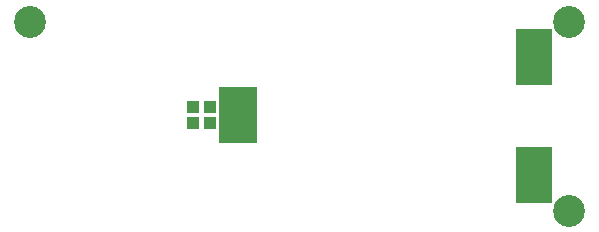
<source format=gbs>
G04*
G04 #@! TF.GenerationSoftware,Altium Limited,Altium Designer,19.1.5 (86)*
G04*
G04 Layer_Color=16711935*
%FSLAX25Y25*%
%MOIN*%
G70*
G01*
G75*
%ADD24R,0.03950X0.04343*%
%ADD29C,0.10642*%
%ADD39R,0.12217X0.18517*%
%ADD40R,0.12611X0.18517*%
D24*
X62205Y37008D02*
D03*
X67716D02*
D03*
X62205Y42520D02*
D03*
X67716D02*
D03*
D29*
X187402Y7874D02*
D03*
Y70866D02*
D03*
X7874D02*
D03*
D39*
X175689Y19685D02*
D03*
Y59055D02*
D03*
D40*
X77264Y39685D02*
D03*
M02*

</source>
